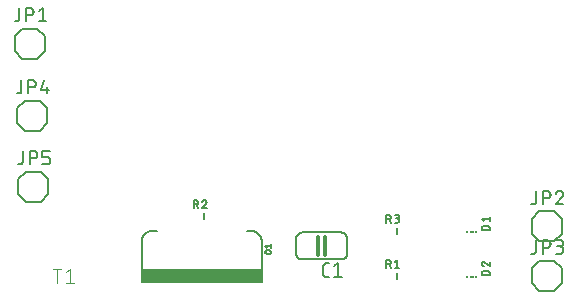
<source format=gbr>
G04 EAGLE Gerber RS-274X export*
G75*
%MOMM*%
%FSLAX34Y34*%
%LPD*%
%INSilkscreen Top*%
%IPPOS*%
%AMOC8*
5,1,8,0,0,1.08239X$1,22.5*%
G01*
%ADD10C,0.152400*%
%ADD11C,0.304800*%
%ADD12C,0.127000*%
%ADD13R,0.300000X0.250000*%
%ADD14R,0.200000X0.250000*%
%ADD15C,0.203200*%
%ADD16R,10.160000X1.016000*%
%ADD17C,0.101600*%


D10*
X351790Y448150D02*
X351790Y435450D01*
X351788Y435310D01*
X351782Y435170D01*
X351773Y435030D01*
X351759Y434891D01*
X351742Y434752D01*
X351721Y434614D01*
X351696Y434476D01*
X351667Y434339D01*
X351635Y434203D01*
X351598Y434068D01*
X351558Y433934D01*
X351515Y433801D01*
X351467Y433669D01*
X351417Y433538D01*
X351362Y433409D01*
X351304Y433282D01*
X351243Y433156D01*
X351178Y433032D01*
X351109Y432910D01*
X351038Y432790D01*
X350963Y432672D01*
X350885Y432555D01*
X350803Y432441D01*
X350719Y432330D01*
X350631Y432221D01*
X350541Y432114D01*
X350447Y432009D01*
X350351Y431908D01*
X350252Y431809D01*
X350151Y431713D01*
X350046Y431619D01*
X349939Y431529D01*
X349830Y431441D01*
X349719Y431357D01*
X349605Y431275D01*
X349488Y431197D01*
X349370Y431122D01*
X349250Y431051D01*
X349128Y430982D01*
X349004Y430917D01*
X348878Y430856D01*
X348751Y430798D01*
X348622Y430743D01*
X348491Y430693D01*
X348359Y430645D01*
X348226Y430602D01*
X348092Y430562D01*
X347957Y430525D01*
X347821Y430493D01*
X347684Y430464D01*
X347546Y430439D01*
X347408Y430418D01*
X347269Y430401D01*
X347130Y430387D01*
X346990Y430378D01*
X346850Y430372D01*
X346710Y430370D01*
X351790Y448150D02*
X351788Y448290D01*
X351782Y448430D01*
X351773Y448570D01*
X351759Y448709D01*
X351742Y448848D01*
X351721Y448986D01*
X351696Y449124D01*
X351667Y449261D01*
X351635Y449397D01*
X351598Y449532D01*
X351558Y449666D01*
X351515Y449799D01*
X351467Y449931D01*
X351417Y450062D01*
X351362Y450191D01*
X351304Y450318D01*
X351243Y450444D01*
X351178Y450568D01*
X351109Y450690D01*
X351038Y450810D01*
X350963Y450928D01*
X350885Y451045D01*
X350803Y451159D01*
X350719Y451270D01*
X350631Y451379D01*
X350541Y451486D01*
X350447Y451591D01*
X350351Y451692D01*
X350252Y451791D01*
X350151Y451887D01*
X350046Y451981D01*
X349939Y452071D01*
X349830Y452159D01*
X349719Y452243D01*
X349605Y452325D01*
X349488Y452403D01*
X349370Y452478D01*
X349250Y452549D01*
X349128Y452618D01*
X349004Y452683D01*
X348878Y452744D01*
X348751Y452802D01*
X348622Y452857D01*
X348491Y452907D01*
X348359Y452955D01*
X348226Y452998D01*
X348092Y453038D01*
X347957Y453075D01*
X347821Y453107D01*
X347684Y453136D01*
X347546Y453161D01*
X347408Y453182D01*
X347269Y453199D01*
X347130Y453213D01*
X346990Y453222D01*
X346850Y453228D01*
X346710Y453230D01*
X346710Y430370D02*
X313690Y430370D01*
X308610Y435450D02*
X308610Y448150D01*
X313690Y453230D02*
X346710Y453230D01*
X313690Y430370D02*
X313550Y430372D01*
X313410Y430378D01*
X313270Y430387D01*
X313131Y430401D01*
X312992Y430418D01*
X312854Y430439D01*
X312716Y430464D01*
X312579Y430493D01*
X312443Y430525D01*
X312308Y430562D01*
X312174Y430602D01*
X312041Y430645D01*
X311909Y430693D01*
X311778Y430743D01*
X311649Y430798D01*
X311522Y430856D01*
X311396Y430917D01*
X311272Y430982D01*
X311150Y431051D01*
X311030Y431122D01*
X310912Y431197D01*
X310795Y431275D01*
X310681Y431357D01*
X310570Y431441D01*
X310461Y431529D01*
X310354Y431619D01*
X310249Y431713D01*
X310148Y431809D01*
X310049Y431908D01*
X309953Y432009D01*
X309859Y432114D01*
X309769Y432221D01*
X309681Y432330D01*
X309597Y432441D01*
X309515Y432555D01*
X309437Y432672D01*
X309362Y432790D01*
X309291Y432910D01*
X309222Y433032D01*
X309157Y433156D01*
X309096Y433282D01*
X309038Y433409D01*
X308983Y433538D01*
X308933Y433669D01*
X308885Y433801D01*
X308842Y433934D01*
X308802Y434068D01*
X308765Y434203D01*
X308733Y434339D01*
X308704Y434476D01*
X308679Y434614D01*
X308658Y434752D01*
X308641Y434891D01*
X308627Y435030D01*
X308618Y435170D01*
X308612Y435310D01*
X308610Y435450D01*
X308610Y448150D02*
X308612Y448290D01*
X308618Y448430D01*
X308627Y448570D01*
X308641Y448709D01*
X308658Y448848D01*
X308679Y448986D01*
X308704Y449124D01*
X308733Y449261D01*
X308765Y449397D01*
X308802Y449532D01*
X308842Y449666D01*
X308885Y449799D01*
X308933Y449931D01*
X308983Y450062D01*
X309038Y450191D01*
X309096Y450318D01*
X309157Y450444D01*
X309222Y450568D01*
X309291Y450690D01*
X309362Y450810D01*
X309437Y450928D01*
X309515Y451045D01*
X309597Y451159D01*
X309681Y451270D01*
X309769Y451379D01*
X309859Y451486D01*
X309953Y451591D01*
X310049Y451692D01*
X310148Y451791D01*
X310249Y451887D01*
X310354Y451981D01*
X310461Y452071D01*
X310570Y452159D01*
X310681Y452243D01*
X310795Y452325D01*
X310912Y452403D01*
X311030Y452478D01*
X311150Y452549D01*
X311272Y452618D01*
X311396Y452683D01*
X311522Y452744D01*
X311649Y452802D01*
X311778Y452857D01*
X311909Y452907D01*
X312041Y452955D01*
X312174Y452998D01*
X312308Y453038D01*
X312443Y453075D01*
X312579Y453107D01*
X312716Y453136D01*
X312854Y453161D01*
X312992Y453182D01*
X313131Y453199D01*
X313270Y453213D01*
X313410Y453222D01*
X313550Y453228D01*
X313690Y453230D01*
D11*
X333248Y449420D02*
X333248Y434180D01*
X326898Y434180D02*
X326898Y449420D01*
D12*
X333973Y415765D02*
X336513Y415765D01*
X333973Y415765D02*
X333873Y415767D01*
X333774Y415773D01*
X333674Y415783D01*
X333576Y415796D01*
X333477Y415814D01*
X333380Y415835D01*
X333284Y415860D01*
X333188Y415889D01*
X333094Y415922D01*
X333001Y415958D01*
X332910Y415998D01*
X332820Y416042D01*
X332732Y416089D01*
X332646Y416139D01*
X332562Y416193D01*
X332480Y416250D01*
X332401Y416310D01*
X332323Y416374D01*
X332249Y416440D01*
X332177Y416509D01*
X332108Y416581D01*
X332042Y416655D01*
X331978Y416733D01*
X331918Y416812D01*
X331861Y416894D01*
X331807Y416978D01*
X331757Y417064D01*
X331710Y417152D01*
X331666Y417242D01*
X331626Y417333D01*
X331590Y417426D01*
X331557Y417520D01*
X331528Y417616D01*
X331503Y417712D01*
X331482Y417809D01*
X331464Y417908D01*
X331451Y418006D01*
X331441Y418106D01*
X331435Y418205D01*
X331433Y418305D01*
X331433Y424655D01*
X331435Y424755D01*
X331441Y424854D01*
X331451Y424954D01*
X331464Y425052D01*
X331482Y425151D01*
X331503Y425248D01*
X331528Y425344D01*
X331557Y425440D01*
X331590Y425534D01*
X331626Y425627D01*
X331666Y425718D01*
X331710Y425808D01*
X331757Y425896D01*
X331807Y425982D01*
X331861Y426066D01*
X331918Y426148D01*
X331978Y426227D01*
X332042Y426305D01*
X332108Y426379D01*
X332177Y426451D01*
X332249Y426520D01*
X332323Y426586D01*
X332401Y426650D01*
X332480Y426710D01*
X332562Y426767D01*
X332646Y426821D01*
X332732Y426871D01*
X332820Y426918D01*
X332910Y426962D01*
X333001Y427002D01*
X333094Y427038D01*
X333188Y427071D01*
X333284Y427100D01*
X333380Y427125D01*
X333477Y427146D01*
X333576Y427164D01*
X333674Y427177D01*
X333774Y427187D01*
X333873Y427193D01*
X333973Y427195D01*
X336513Y427195D01*
X340995Y424655D02*
X344170Y427195D01*
X344170Y415765D01*
X340995Y415765D02*
X347345Y415765D01*
D13*
X457200Y453758D03*
D14*
X461200Y453758D03*
X453200Y453758D03*
D10*
X465900Y455210D02*
X472504Y455210D01*
X465900Y455210D02*
X465900Y457045D01*
X465902Y457130D01*
X465908Y457214D01*
X465918Y457298D01*
X465931Y457382D01*
X465949Y457465D01*
X465970Y457547D01*
X465995Y457628D01*
X466024Y457708D01*
X466056Y457786D01*
X466092Y457862D01*
X466132Y457937D01*
X466175Y458010D01*
X466221Y458081D01*
X466270Y458150D01*
X466323Y458217D01*
X466379Y458281D01*
X466437Y458342D01*
X466498Y458400D01*
X466562Y458456D01*
X466629Y458509D01*
X466698Y458558D01*
X466769Y458604D01*
X466842Y458647D01*
X466917Y458687D01*
X466993Y458723D01*
X467072Y458755D01*
X467151Y458784D01*
X467232Y458809D01*
X467314Y458830D01*
X467397Y458848D01*
X467481Y458861D01*
X467565Y458871D01*
X467649Y458877D01*
X467734Y458879D01*
X470670Y458879D01*
X470755Y458877D01*
X470839Y458871D01*
X470923Y458861D01*
X471007Y458848D01*
X471090Y458830D01*
X471172Y458809D01*
X471253Y458784D01*
X471333Y458755D01*
X471411Y458723D01*
X471487Y458687D01*
X471562Y458647D01*
X471635Y458604D01*
X471706Y458558D01*
X471775Y458509D01*
X471842Y458456D01*
X471906Y458400D01*
X471967Y458342D01*
X472025Y458281D01*
X472081Y458217D01*
X472134Y458150D01*
X472183Y458081D01*
X472229Y458010D01*
X472272Y457937D01*
X472312Y457862D01*
X472348Y457786D01*
X472380Y457708D01*
X472409Y457628D01*
X472434Y457547D01*
X472455Y457465D01*
X472473Y457382D01*
X472486Y457298D01*
X472496Y457214D01*
X472502Y457130D01*
X472504Y457045D01*
X472504Y455210D01*
X467368Y462769D02*
X465900Y464604D01*
X472504Y464604D01*
X472504Y466438D02*
X472504Y462769D01*
D13*
X457200Y415658D03*
D14*
X461200Y415658D03*
X453200Y415658D03*
D10*
X465900Y417110D02*
X472504Y417110D01*
X465900Y417110D02*
X465900Y418945D01*
X465902Y419030D01*
X465908Y419114D01*
X465918Y419198D01*
X465931Y419282D01*
X465949Y419365D01*
X465970Y419447D01*
X465995Y419528D01*
X466024Y419608D01*
X466056Y419686D01*
X466092Y419762D01*
X466132Y419837D01*
X466175Y419910D01*
X466221Y419981D01*
X466270Y420050D01*
X466323Y420117D01*
X466379Y420181D01*
X466437Y420242D01*
X466498Y420300D01*
X466562Y420356D01*
X466629Y420409D01*
X466698Y420458D01*
X466769Y420504D01*
X466842Y420547D01*
X466917Y420587D01*
X466993Y420623D01*
X467072Y420655D01*
X467151Y420684D01*
X467232Y420709D01*
X467314Y420730D01*
X467397Y420748D01*
X467481Y420761D01*
X467565Y420771D01*
X467649Y420777D01*
X467734Y420779D01*
X470670Y420779D01*
X470755Y420777D01*
X470839Y420771D01*
X470923Y420761D01*
X471007Y420748D01*
X471090Y420730D01*
X471172Y420709D01*
X471253Y420684D01*
X471333Y420655D01*
X471411Y420623D01*
X471487Y420587D01*
X471562Y420547D01*
X471635Y420504D01*
X471706Y420458D01*
X471775Y420409D01*
X471842Y420356D01*
X471906Y420300D01*
X471967Y420242D01*
X472025Y420181D01*
X472081Y420117D01*
X472134Y420050D01*
X472183Y419981D01*
X472229Y419910D01*
X472272Y419837D01*
X472312Y419762D01*
X472348Y419686D01*
X472380Y419608D01*
X472409Y419528D01*
X472434Y419447D01*
X472455Y419365D01*
X472473Y419282D01*
X472486Y419198D01*
X472496Y419114D01*
X472502Y419030D01*
X472504Y418945D01*
X472504Y417110D01*
X465900Y426687D02*
X465902Y426766D01*
X465907Y426844D01*
X465917Y426922D01*
X465930Y426999D01*
X465947Y427076D01*
X465967Y427152D01*
X465991Y427227D01*
X466018Y427301D01*
X466049Y427373D01*
X466084Y427444D01*
X466121Y427513D01*
X466162Y427580D01*
X466206Y427645D01*
X466253Y427708D01*
X466303Y427768D01*
X466356Y427826D01*
X466412Y427882D01*
X466470Y427935D01*
X466530Y427985D01*
X466593Y428032D01*
X466658Y428076D01*
X466726Y428117D01*
X466794Y428154D01*
X466865Y428189D01*
X466937Y428220D01*
X467011Y428247D01*
X467086Y428271D01*
X467162Y428291D01*
X467239Y428308D01*
X467316Y428321D01*
X467394Y428331D01*
X467472Y428336D01*
X467551Y428338D01*
X465900Y426687D02*
X465902Y426598D01*
X465907Y426509D01*
X465917Y426421D01*
X465930Y426333D01*
X465946Y426246D01*
X465967Y426159D01*
X465991Y426074D01*
X466018Y425989D01*
X466049Y425906D01*
X466084Y425824D01*
X466122Y425743D01*
X466163Y425664D01*
X466207Y425588D01*
X466255Y425512D01*
X466306Y425439D01*
X466359Y425369D01*
X466416Y425300D01*
X466476Y425234D01*
X466538Y425171D01*
X466603Y425110D01*
X466670Y425052D01*
X466740Y424997D01*
X466812Y424944D01*
X466886Y424895D01*
X466962Y424849D01*
X467040Y424807D01*
X467120Y424767D01*
X467201Y424731D01*
X467284Y424698D01*
X467368Y424669D01*
X468835Y427788D02*
X468779Y427844D01*
X468720Y427898D01*
X468659Y427949D01*
X468595Y427998D01*
X468530Y428043D01*
X468462Y428086D01*
X468393Y428125D01*
X468322Y428162D01*
X468249Y428195D01*
X468175Y428224D01*
X468100Y428251D01*
X468024Y428274D01*
X467946Y428293D01*
X467868Y428309D01*
X467790Y428322D01*
X467710Y428331D01*
X467631Y428336D01*
X467551Y428338D01*
X468835Y427788D02*
X472504Y424669D01*
X472504Y428338D01*
X514350Y471010D02*
X527050Y471010D01*
X533400Y464660D01*
X533400Y451960D01*
X527050Y445610D01*
X508000Y451960D02*
X508000Y464660D01*
X514350Y471010D01*
X508000Y451960D02*
X514350Y445610D01*
X527050Y445610D01*
D12*
X511683Y479773D02*
X511683Y488663D01*
X511683Y479773D02*
X511681Y479673D01*
X511675Y479574D01*
X511665Y479474D01*
X511652Y479376D01*
X511634Y479277D01*
X511613Y479180D01*
X511588Y479084D01*
X511559Y478988D01*
X511526Y478894D01*
X511490Y478801D01*
X511450Y478710D01*
X511406Y478620D01*
X511359Y478532D01*
X511309Y478446D01*
X511255Y478362D01*
X511198Y478280D01*
X511138Y478201D01*
X511074Y478123D01*
X511008Y478049D01*
X510939Y477977D01*
X510867Y477908D01*
X510793Y477842D01*
X510715Y477778D01*
X510636Y477718D01*
X510554Y477661D01*
X510470Y477607D01*
X510384Y477557D01*
X510296Y477510D01*
X510206Y477466D01*
X510115Y477426D01*
X510022Y477390D01*
X509928Y477357D01*
X509832Y477328D01*
X509736Y477303D01*
X509639Y477282D01*
X509540Y477264D01*
X509442Y477251D01*
X509342Y477241D01*
X509243Y477235D01*
X509143Y477233D01*
X507873Y477233D01*
X517663Y477233D02*
X517663Y488663D01*
X520838Y488663D01*
X520949Y488661D01*
X521059Y488655D01*
X521170Y488646D01*
X521280Y488632D01*
X521389Y488615D01*
X521498Y488594D01*
X521606Y488569D01*
X521713Y488540D01*
X521819Y488508D01*
X521924Y488472D01*
X522027Y488432D01*
X522129Y488389D01*
X522230Y488342D01*
X522329Y488291D01*
X522426Y488238D01*
X522520Y488181D01*
X522613Y488120D01*
X522704Y488057D01*
X522793Y487990D01*
X522879Y487920D01*
X522962Y487847D01*
X523044Y487772D01*
X523122Y487694D01*
X523197Y487612D01*
X523270Y487529D01*
X523340Y487443D01*
X523407Y487354D01*
X523470Y487263D01*
X523531Y487170D01*
X523588Y487075D01*
X523641Y486979D01*
X523692Y486880D01*
X523739Y486779D01*
X523782Y486677D01*
X523822Y486574D01*
X523858Y486469D01*
X523890Y486363D01*
X523919Y486256D01*
X523944Y486148D01*
X523965Y486039D01*
X523982Y485930D01*
X523996Y485820D01*
X524005Y485709D01*
X524011Y485599D01*
X524013Y485488D01*
X524011Y485377D01*
X524005Y485267D01*
X523996Y485156D01*
X523982Y485046D01*
X523965Y484937D01*
X523944Y484828D01*
X523919Y484720D01*
X523890Y484613D01*
X523858Y484507D01*
X523822Y484402D01*
X523782Y484299D01*
X523739Y484197D01*
X523692Y484096D01*
X523641Y483997D01*
X523588Y483900D01*
X523531Y483806D01*
X523470Y483713D01*
X523407Y483622D01*
X523340Y483533D01*
X523270Y483447D01*
X523197Y483364D01*
X523122Y483282D01*
X523044Y483204D01*
X522962Y483129D01*
X522879Y483056D01*
X522793Y482986D01*
X522704Y482919D01*
X522613Y482856D01*
X522520Y482795D01*
X522426Y482738D01*
X522329Y482685D01*
X522230Y482634D01*
X522129Y482587D01*
X522027Y482544D01*
X521924Y482504D01*
X521819Y482468D01*
X521713Y482436D01*
X521606Y482407D01*
X521498Y482382D01*
X521389Y482361D01*
X521280Y482344D01*
X521170Y482330D01*
X521059Y482321D01*
X520949Y482315D01*
X520838Y482313D01*
X517663Y482313D01*
X532014Y488664D02*
X532118Y488662D01*
X532223Y488656D01*
X532327Y488647D01*
X532430Y488634D01*
X532533Y488616D01*
X532635Y488596D01*
X532737Y488571D01*
X532837Y488543D01*
X532937Y488511D01*
X533035Y488475D01*
X533132Y488436D01*
X533227Y488394D01*
X533321Y488348D01*
X533413Y488298D01*
X533503Y488246D01*
X533591Y488190D01*
X533677Y488130D01*
X533761Y488068D01*
X533842Y488003D01*
X533921Y487935D01*
X533998Y487863D01*
X534071Y487790D01*
X534143Y487713D01*
X534211Y487634D01*
X534276Y487553D01*
X534338Y487469D01*
X534398Y487383D01*
X534454Y487295D01*
X534506Y487205D01*
X534556Y487113D01*
X534602Y487019D01*
X534644Y486924D01*
X534683Y486827D01*
X534719Y486729D01*
X534751Y486629D01*
X534779Y486529D01*
X534804Y486427D01*
X534824Y486325D01*
X534842Y486222D01*
X534855Y486119D01*
X534864Y486015D01*
X534870Y485910D01*
X534872Y485806D01*
X532014Y488663D02*
X531896Y488661D01*
X531777Y488655D01*
X531659Y488646D01*
X531542Y488633D01*
X531425Y488615D01*
X531308Y488595D01*
X531192Y488570D01*
X531077Y488542D01*
X530964Y488509D01*
X530851Y488474D01*
X530739Y488434D01*
X530629Y488392D01*
X530520Y488345D01*
X530412Y488295D01*
X530307Y488242D01*
X530203Y488185D01*
X530101Y488125D01*
X530001Y488062D01*
X529903Y487995D01*
X529807Y487926D01*
X529714Y487853D01*
X529623Y487777D01*
X529534Y487699D01*
X529448Y487617D01*
X529365Y487533D01*
X529284Y487447D01*
X529207Y487357D01*
X529132Y487266D01*
X529060Y487172D01*
X528991Y487075D01*
X528926Y486977D01*
X528863Y486876D01*
X528804Y486773D01*
X528748Y486669D01*
X528696Y486563D01*
X528647Y486455D01*
X528602Y486346D01*
X528560Y486235D01*
X528522Y486123D01*
X533920Y483584D02*
X533996Y483659D01*
X534071Y483738D01*
X534142Y483819D01*
X534211Y483903D01*
X534276Y483989D01*
X534338Y484077D01*
X534398Y484167D01*
X534454Y484259D01*
X534507Y484354D01*
X534556Y484450D01*
X534602Y484548D01*
X534645Y484647D01*
X534684Y484748D01*
X534719Y484850D01*
X534751Y484953D01*
X534779Y485057D01*
X534804Y485162D01*
X534825Y485269D01*
X534842Y485375D01*
X534855Y485482D01*
X534864Y485590D01*
X534870Y485698D01*
X534872Y485806D01*
X533919Y483583D02*
X528522Y477233D01*
X534872Y477233D01*
D10*
X527050Y429100D02*
X514350Y429100D01*
X527050Y429100D02*
X533400Y422750D01*
X533400Y410050D01*
X527050Y403700D01*
X508000Y410050D02*
X508000Y422750D01*
X514350Y429100D01*
X508000Y410050D02*
X514350Y403700D01*
X527050Y403700D01*
D12*
X511683Y437863D02*
X511683Y446753D01*
X511683Y437863D02*
X511681Y437763D01*
X511675Y437664D01*
X511665Y437564D01*
X511652Y437466D01*
X511634Y437367D01*
X511613Y437270D01*
X511588Y437174D01*
X511559Y437078D01*
X511526Y436984D01*
X511490Y436891D01*
X511450Y436800D01*
X511406Y436710D01*
X511359Y436622D01*
X511309Y436536D01*
X511255Y436452D01*
X511198Y436370D01*
X511138Y436291D01*
X511074Y436213D01*
X511008Y436139D01*
X510939Y436067D01*
X510867Y435998D01*
X510793Y435932D01*
X510715Y435868D01*
X510636Y435808D01*
X510554Y435751D01*
X510470Y435697D01*
X510384Y435647D01*
X510296Y435600D01*
X510206Y435556D01*
X510115Y435516D01*
X510022Y435480D01*
X509928Y435447D01*
X509832Y435418D01*
X509736Y435393D01*
X509639Y435372D01*
X509540Y435354D01*
X509442Y435341D01*
X509342Y435331D01*
X509243Y435325D01*
X509143Y435323D01*
X507873Y435323D01*
X517663Y435323D02*
X517663Y446753D01*
X520838Y446753D01*
X520949Y446751D01*
X521059Y446745D01*
X521170Y446736D01*
X521280Y446722D01*
X521389Y446705D01*
X521498Y446684D01*
X521606Y446659D01*
X521713Y446630D01*
X521819Y446598D01*
X521924Y446562D01*
X522027Y446522D01*
X522129Y446479D01*
X522230Y446432D01*
X522329Y446381D01*
X522426Y446328D01*
X522520Y446271D01*
X522613Y446210D01*
X522704Y446147D01*
X522793Y446080D01*
X522879Y446010D01*
X522962Y445937D01*
X523044Y445862D01*
X523122Y445784D01*
X523197Y445702D01*
X523270Y445619D01*
X523340Y445533D01*
X523407Y445444D01*
X523470Y445353D01*
X523531Y445260D01*
X523588Y445165D01*
X523641Y445069D01*
X523692Y444970D01*
X523739Y444869D01*
X523782Y444767D01*
X523822Y444664D01*
X523858Y444559D01*
X523890Y444453D01*
X523919Y444346D01*
X523944Y444238D01*
X523965Y444129D01*
X523982Y444020D01*
X523996Y443910D01*
X524005Y443799D01*
X524011Y443689D01*
X524013Y443578D01*
X524011Y443467D01*
X524005Y443357D01*
X523996Y443246D01*
X523982Y443136D01*
X523965Y443027D01*
X523944Y442918D01*
X523919Y442810D01*
X523890Y442703D01*
X523858Y442597D01*
X523822Y442492D01*
X523782Y442389D01*
X523739Y442287D01*
X523692Y442186D01*
X523641Y442087D01*
X523588Y441990D01*
X523531Y441896D01*
X523470Y441803D01*
X523407Y441712D01*
X523340Y441623D01*
X523270Y441537D01*
X523197Y441454D01*
X523122Y441372D01*
X523044Y441294D01*
X522962Y441219D01*
X522879Y441146D01*
X522793Y441076D01*
X522704Y441009D01*
X522613Y440946D01*
X522520Y440885D01*
X522426Y440828D01*
X522329Y440775D01*
X522230Y440724D01*
X522129Y440677D01*
X522027Y440634D01*
X521924Y440594D01*
X521819Y440558D01*
X521713Y440526D01*
X521606Y440497D01*
X521498Y440472D01*
X521389Y440451D01*
X521280Y440434D01*
X521170Y440420D01*
X521059Y440411D01*
X520949Y440405D01*
X520838Y440403D01*
X517663Y440403D01*
X528522Y435323D02*
X531697Y435323D01*
X531808Y435325D01*
X531918Y435331D01*
X532029Y435340D01*
X532139Y435354D01*
X532248Y435371D01*
X532357Y435392D01*
X532465Y435417D01*
X532572Y435446D01*
X532678Y435478D01*
X532783Y435514D01*
X532886Y435554D01*
X532988Y435597D01*
X533089Y435644D01*
X533188Y435695D01*
X533285Y435748D01*
X533379Y435805D01*
X533472Y435866D01*
X533563Y435929D01*
X533652Y435996D01*
X533738Y436066D01*
X533821Y436139D01*
X533903Y436214D01*
X533981Y436292D01*
X534056Y436374D01*
X534129Y436457D01*
X534199Y436543D01*
X534266Y436632D01*
X534329Y436723D01*
X534390Y436816D01*
X534447Y436910D01*
X534500Y437007D01*
X534551Y437106D01*
X534598Y437207D01*
X534641Y437309D01*
X534681Y437412D01*
X534717Y437517D01*
X534749Y437623D01*
X534778Y437730D01*
X534803Y437838D01*
X534824Y437947D01*
X534841Y438056D01*
X534855Y438166D01*
X534864Y438277D01*
X534870Y438387D01*
X534872Y438498D01*
X534870Y438609D01*
X534864Y438719D01*
X534855Y438830D01*
X534841Y438940D01*
X534824Y439049D01*
X534803Y439158D01*
X534778Y439266D01*
X534749Y439373D01*
X534717Y439479D01*
X534681Y439584D01*
X534641Y439687D01*
X534598Y439789D01*
X534551Y439890D01*
X534500Y439989D01*
X534447Y440085D01*
X534390Y440180D01*
X534329Y440273D01*
X534266Y440364D01*
X534199Y440453D01*
X534129Y440539D01*
X534056Y440622D01*
X533981Y440704D01*
X533903Y440782D01*
X533821Y440857D01*
X533738Y440930D01*
X533652Y441000D01*
X533563Y441067D01*
X533472Y441130D01*
X533379Y441191D01*
X533285Y441248D01*
X533188Y441301D01*
X533089Y441352D01*
X532988Y441399D01*
X532886Y441442D01*
X532783Y441482D01*
X532678Y441518D01*
X532572Y441550D01*
X532465Y441579D01*
X532357Y441604D01*
X532248Y441625D01*
X532139Y441642D01*
X532029Y441656D01*
X531918Y441665D01*
X531808Y441671D01*
X531697Y441673D01*
X532332Y446753D02*
X528522Y446753D01*
X532332Y446753D02*
X532432Y446751D01*
X532531Y446745D01*
X532631Y446735D01*
X532729Y446722D01*
X532828Y446704D01*
X532925Y446683D01*
X533021Y446658D01*
X533117Y446629D01*
X533211Y446596D01*
X533304Y446560D01*
X533395Y446520D01*
X533485Y446476D01*
X533573Y446429D01*
X533659Y446379D01*
X533743Y446325D01*
X533825Y446268D01*
X533904Y446208D01*
X533982Y446144D01*
X534056Y446078D01*
X534128Y446009D01*
X534197Y445937D01*
X534263Y445863D01*
X534327Y445785D01*
X534387Y445706D01*
X534444Y445624D01*
X534498Y445540D01*
X534548Y445454D01*
X534595Y445366D01*
X534639Y445276D01*
X534679Y445185D01*
X534715Y445092D01*
X534748Y444998D01*
X534777Y444902D01*
X534802Y444806D01*
X534823Y444709D01*
X534841Y444610D01*
X534854Y444512D01*
X534864Y444412D01*
X534870Y444313D01*
X534872Y444213D01*
X534870Y444113D01*
X534864Y444014D01*
X534854Y443914D01*
X534841Y443816D01*
X534823Y443717D01*
X534802Y443620D01*
X534777Y443524D01*
X534748Y443428D01*
X534715Y443334D01*
X534679Y443241D01*
X534639Y443150D01*
X534595Y443060D01*
X534548Y442972D01*
X534498Y442886D01*
X534444Y442802D01*
X534387Y442720D01*
X534327Y442641D01*
X534263Y442563D01*
X534197Y442489D01*
X534128Y442417D01*
X534056Y442348D01*
X533982Y442282D01*
X533904Y442218D01*
X533825Y442158D01*
X533743Y442101D01*
X533659Y442047D01*
X533573Y441997D01*
X533485Y441950D01*
X533395Y441906D01*
X533304Y441866D01*
X533211Y441830D01*
X533117Y441797D01*
X533021Y441768D01*
X532925Y441743D01*
X532828Y441722D01*
X532729Y441704D01*
X532631Y441691D01*
X532531Y441681D01*
X532432Y441675D01*
X532332Y441673D01*
X529792Y441673D01*
D15*
X279400Y445610D02*
X279400Y421480D01*
X177800Y421480D02*
X177800Y445610D01*
X177800Y421480D02*
X279400Y421480D01*
X279400Y411320D01*
X177800Y411320D01*
X177800Y421480D01*
X270510Y454500D02*
X270723Y454503D01*
X270936Y454500D01*
X271149Y454492D01*
X271362Y454479D01*
X271574Y454461D01*
X271785Y454438D01*
X271997Y454409D01*
X272207Y454375D01*
X272416Y454336D01*
X272625Y454292D01*
X272832Y454243D01*
X273038Y454188D01*
X273243Y454129D01*
X273446Y454065D01*
X273647Y453995D01*
X273847Y453921D01*
X274045Y453842D01*
X274240Y453758D01*
X274434Y453669D01*
X274625Y453576D01*
X274815Y453478D01*
X275001Y453375D01*
X275185Y453268D01*
X275367Y453156D01*
X275545Y453040D01*
X275721Y452919D01*
X275893Y452795D01*
X276063Y452666D01*
X276229Y452532D01*
X276392Y452395D01*
X276552Y452254D01*
X276708Y452109D01*
X276860Y451960D01*
X277009Y451808D01*
X277154Y451652D01*
X277295Y451492D01*
X277432Y451329D01*
X277566Y451163D01*
X277695Y450993D01*
X277819Y450821D01*
X277940Y450645D01*
X278056Y450467D01*
X278168Y450285D01*
X278275Y450101D01*
X278378Y449915D01*
X278476Y449725D01*
X278569Y449534D01*
X278658Y449340D01*
X278742Y449145D01*
X278821Y448947D01*
X278895Y448747D01*
X278965Y448546D01*
X279029Y448343D01*
X279088Y448138D01*
X279143Y447932D01*
X279192Y447725D01*
X279236Y447516D01*
X279275Y447307D01*
X279309Y447097D01*
X279338Y446885D01*
X279361Y446674D01*
X279379Y446462D01*
X279392Y446249D01*
X279400Y446036D01*
X279403Y445823D01*
X279400Y445610D01*
X186690Y454500D02*
X186477Y454503D01*
X186264Y454500D01*
X186051Y454492D01*
X185838Y454479D01*
X185626Y454461D01*
X185415Y454438D01*
X185203Y454409D01*
X184993Y454375D01*
X184784Y454336D01*
X184575Y454292D01*
X184368Y454243D01*
X184162Y454188D01*
X183957Y454129D01*
X183754Y454065D01*
X183553Y453995D01*
X183353Y453921D01*
X183155Y453842D01*
X182960Y453758D01*
X182766Y453669D01*
X182575Y453576D01*
X182385Y453478D01*
X182199Y453375D01*
X182015Y453268D01*
X181833Y453156D01*
X181655Y453040D01*
X181479Y452919D01*
X181307Y452795D01*
X181137Y452666D01*
X180971Y452532D01*
X180808Y452395D01*
X180648Y452254D01*
X180492Y452109D01*
X180340Y451960D01*
X180191Y451808D01*
X180046Y451652D01*
X179905Y451492D01*
X179768Y451329D01*
X179634Y451163D01*
X179505Y450993D01*
X179381Y450821D01*
X179260Y450645D01*
X179144Y450467D01*
X179032Y450285D01*
X178925Y450101D01*
X178822Y449915D01*
X178724Y449725D01*
X178631Y449534D01*
X178542Y449340D01*
X178458Y449145D01*
X178379Y448947D01*
X178305Y448747D01*
X178235Y448546D01*
X178171Y448343D01*
X178112Y448138D01*
X178057Y447932D01*
X178008Y447725D01*
X177964Y447516D01*
X177925Y447307D01*
X177891Y447097D01*
X177862Y446885D01*
X177839Y446674D01*
X177821Y446462D01*
X177808Y446249D01*
X177800Y446036D01*
X177797Y445823D01*
X177800Y445610D01*
X266700Y454500D02*
X270510Y454500D01*
X190500Y454500D02*
X186690Y454500D01*
D16*
X228600Y416400D03*
D12*
X283916Y435373D02*
X286060Y435373D01*
X283916Y435373D02*
X283845Y435375D01*
X283773Y435381D01*
X283703Y435390D01*
X283633Y435403D01*
X283563Y435420D01*
X283495Y435441D01*
X283428Y435465D01*
X283362Y435493D01*
X283298Y435524D01*
X283235Y435559D01*
X283175Y435597D01*
X283116Y435638D01*
X283060Y435682D01*
X283006Y435729D01*
X282955Y435778D01*
X282907Y435831D01*
X282861Y435886D01*
X282819Y435943D01*
X282779Y436003D01*
X282743Y436064D01*
X282710Y436128D01*
X282681Y436193D01*
X282655Y436259D01*
X282632Y436327D01*
X282613Y436396D01*
X282598Y436466D01*
X282587Y436536D01*
X282579Y436607D01*
X282575Y436678D01*
X282575Y436750D01*
X282579Y436821D01*
X282587Y436892D01*
X282598Y436962D01*
X282613Y437032D01*
X282632Y437101D01*
X282655Y437169D01*
X282681Y437235D01*
X282710Y437300D01*
X282743Y437364D01*
X282779Y437425D01*
X282819Y437485D01*
X282861Y437542D01*
X282907Y437597D01*
X282955Y437650D01*
X283006Y437699D01*
X283060Y437746D01*
X283116Y437790D01*
X283175Y437831D01*
X283235Y437869D01*
X283298Y437904D01*
X283362Y437935D01*
X283428Y437963D01*
X283495Y437987D01*
X283563Y438008D01*
X283633Y438025D01*
X283703Y438038D01*
X283773Y438047D01*
X283845Y438053D01*
X283916Y438055D01*
X283916Y438054D02*
X286060Y438054D01*
X286060Y438055D02*
X286131Y438053D01*
X286203Y438047D01*
X286273Y438038D01*
X286343Y438025D01*
X286413Y438008D01*
X286481Y437987D01*
X286548Y437963D01*
X286614Y437935D01*
X286678Y437904D01*
X286741Y437869D01*
X286801Y437831D01*
X286860Y437790D01*
X286916Y437746D01*
X286970Y437699D01*
X287021Y437650D01*
X287069Y437597D01*
X287115Y437542D01*
X287157Y437485D01*
X287197Y437425D01*
X287233Y437364D01*
X287266Y437300D01*
X287295Y437235D01*
X287321Y437169D01*
X287344Y437101D01*
X287363Y437032D01*
X287378Y436962D01*
X287389Y436892D01*
X287397Y436821D01*
X287401Y436750D01*
X287401Y436678D01*
X287397Y436607D01*
X287389Y436536D01*
X287378Y436466D01*
X287363Y436396D01*
X287344Y436327D01*
X287321Y436259D01*
X287295Y436193D01*
X287266Y436128D01*
X287233Y436064D01*
X287197Y436003D01*
X287157Y435943D01*
X287115Y435886D01*
X287069Y435831D01*
X287021Y435778D01*
X286970Y435729D01*
X286916Y435682D01*
X286860Y435638D01*
X286801Y435597D01*
X286741Y435559D01*
X286678Y435524D01*
X286614Y435493D01*
X286548Y435465D01*
X286481Y435441D01*
X286413Y435420D01*
X286343Y435403D01*
X286273Y435390D01*
X286203Y435381D01*
X286131Y435375D01*
X286060Y435373D01*
X286329Y437518D02*
X287401Y438591D01*
X283647Y440466D02*
X282575Y441806D01*
X287401Y441806D01*
X287401Y440466D02*
X287401Y443147D01*
D15*
X393700Y418940D02*
X393700Y413860D01*
D10*
X384937Y423512D02*
X384937Y430116D01*
X386771Y430116D01*
X386856Y430114D01*
X386940Y430108D01*
X387024Y430098D01*
X387108Y430085D01*
X387191Y430067D01*
X387273Y430046D01*
X387354Y430021D01*
X387434Y429992D01*
X387512Y429960D01*
X387588Y429924D01*
X387663Y429884D01*
X387736Y429841D01*
X387807Y429795D01*
X387876Y429746D01*
X387943Y429693D01*
X388007Y429637D01*
X388068Y429579D01*
X388126Y429518D01*
X388182Y429454D01*
X388235Y429387D01*
X388284Y429318D01*
X388330Y429247D01*
X388373Y429174D01*
X388413Y429099D01*
X388449Y429023D01*
X388481Y428945D01*
X388510Y428865D01*
X388535Y428784D01*
X388556Y428702D01*
X388574Y428619D01*
X388587Y428535D01*
X388597Y428451D01*
X388603Y428367D01*
X388605Y428282D01*
X388603Y428197D01*
X388597Y428113D01*
X388587Y428029D01*
X388574Y427945D01*
X388556Y427862D01*
X388535Y427780D01*
X388510Y427699D01*
X388481Y427619D01*
X388449Y427541D01*
X388413Y427465D01*
X388373Y427390D01*
X388330Y427317D01*
X388284Y427246D01*
X388235Y427177D01*
X388182Y427110D01*
X388126Y427046D01*
X388068Y426985D01*
X388007Y426927D01*
X387943Y426871D01*
X387876Y426818D01*
X387807Y426769D01*
X387736Y426723D01*
X387663Y426680D01*
X387588Y426640D01*
X387512Y426604D01*
X387434Y426572D01*
X387354Y426543D01*
X387273Y426518D01*
X387191Y426497D01*
X387108Y426479D01*
X387024Y426466D01*
X386940Y426456D01*
X386856Y426450D01*
X386771Y426448D01*
X386771Y426447D02*
X384937Y426447D01*
X387138Y426447D02*
X388606Y423512D01*
X392173Y428648D02*
X394008Y430116D01*
X394008Y423512D01*
X395842Y423512D02*
X392173Y423512D01*
D15*
X230600Y464360D02*
X230600Y469440D01*
D10*
X221837Y474012D02*
X221837Y480616D01*
X223671Y480616D01*
X223756Y480614D01*
X223840Y480608D01*
X223924Y480598D01*
X224008Y480585D01*
X224091Y480567D01*
X224173Y480546D01*
X224254Y480521D01*
X224334Y480492D01*
X224412Y480460D01*
X224488Y480424D01*
X224563Y480384D01*
X224636Y480341D01*
X224707Y480295D01*
X224776Y480246D01*
X224843Y480193D01*
X224907Y480137D01*
X224968Y480079D01*
X225026Y480018D01*
X225082Y479954D01*
X225135Y479887D01*
X225184Y479818D01*
X225230Y479747D01*
X225273Y479674D01*
X225313Y479599D01*
X225349Y479523D01*
X225381Y479445D01*
X225410Y479365D01*
X225435Y479284D01*
X225456Y479202D01*
X225474Y479119D01*
X225487Y479035D01*
X225497Y478951D01*
X225503Y478867D01*
X225505Y478782D01*
X225503Y478697D01*
X225497Y478613D01*
X225487Y478529D01*
X225474Y478445D01*
X225456Y478362D01*
X225435Y478280D01*
X225410Y478199D01*
X225381Y478119D01*
X225349Y478041D01*
X225313Y477965D01*
X225273Y477890D01*
X225230Y477817D01*
X225184Y477746D01*
X225135Y477677D01*
X225082Y477610D01*
X225026Y477546D01*
X224968Y477485D01*
X224907Y477427D01*
X224843Y477371D01*
X224776Y477318D01*
X224707Y477269D01*
X224636Y477223D01*
X224563Y477180D01*
X224488Y477140D01*
X224412Y477104D01*
X224334Y477072D01*
X224254Y477043D01*
X224173Y477018D01*
X224091Y476997D01*
X224008Y476979D01*
X223924Y476966D01*
X223840Y476956D01*
X223756Y476950D01*
X223671Y476948D01*
X223671Y476947D02*
X221837Y476947D01*
X224038Y476947D02*
X225506Y474012D01*
X231091Y480616D02*
X231170Y480614D01*
X231248Y480609D01*
X231326Y480599D01*
X231403Y480586D01*
X231480Y480569D01*
X231556Y480549D01*
X231631Y480525D01*
X231705Y480498D01*
X231777Y480467D01*
X231848Y480432D01*
X231917Y480395D01*
X231984Y480354D01*
X232049Y480310D01*
X232112Y480263D01*
X232172Y480213D01*
X232230Y480160D01*
X232286Y480104D01*
X232339Y480046D01*
X232389Y479986D01*
X232436Y479923D01*
X232480Y479858D01*
X232521Y479791D01*
X232558Y479722D01*
X232593Y479651D01*
X232624Y479579D01*
X232651Y479505D01*
X232675Y479430D01*
X232695Y479354D01*
X232712Y479277D01*
X232725Y479200D01*
X232735Y479122D01*
X232740Y479044D01*
X232742Y478965D01*
X231091Y480616D02*
X231002Y480614D01*
X230913Y480609D01*
X230825Y480599D01*
X230737Y480586D01*
X230650Y480570D01*
X230563Y480549D01*
X230478Y480525D01*
X230393Y480498D01*
X230310Y480467D01*
X230228Y480432D01*
X230147Y480394D01*
X230068Y480353D01*
X229992Y480309D01*
X229916Y480261D01*
X229843Y480210D01*
X229773Y480157D01*
X229704Y480100D01*
X229638Y480040D01*
X229575Y479978D01*
X229514Y479913D01*
X229456Y479846D01*
X229401Y479776D01*
X229348Y479704D01*
X229299Y479630D01*
X229253Y479554D01*
X229211Y479476D01*
X229171Y479396D01*
X229135Y479315D01*
X229102Y479232D01*
X229073Y479148D01*
X232192Y477681D02*
X232248Y477737D01*
X232302Y477796D01*
X232353Y477857D01*
X232402Y477921D01*
X232447Y477986D01*
X232490Y478054D01*
X232529Y478123D01*
X232566Y478194D01*
X232599Y478267D01*
X232628Y478341D01*
X232655Y478416D01*
X232678Y478492D01*
X232697Y478570D01*
X232713Y478648D01*
X232726Y478726D01*
X232735Y478806D01*
X232740Y478885D01*
X232742Y478965D01*
X232192Y477681D02*
X229073Y474012D01*
X232742Y474012D01*
D15*
X393700Y457040D02*
X393700Y451960D01*
D10*
X384937Y461612D02*
X384937Y468216D01*
X386771Y468216D01*
X386856Y468214D01*
X386940Y468208D01*
X387024Y468198D01*
X387108Y468185D01*
X387191Y468167D01*
X387273Y468146D01*
X387354Y468121D01*
X387434Y468092D01*
X387512Y468060D01*
X387588Y468024D01*
X387663Y467984D01*
X387736Y467941D01*
X387807Y467895D01*
X387876Y467846D01*
X387943Y467793D01*
X388007Y467737D01*
X388068Y467679D01*
X388126Y467618D01*
X388182Y467554D01*
X388235Y467487D01*
X388284Y467418D01*
X388330Y467347D01*
X388373Y467274D01*
X388413Y467199D01*
X388449Y467123D01*
X388481Y467045D01*
X388510Y466965D01*
X388535Y466884D01*
X388556Y466802D01*
X388574Y466719D01*
X388587Y466635D01*
X388597Y466551D01*
X388603Y466467D01*
X388605Y466382D01*
X388603Y466297D01*
X388597Y466213D01*
X388587Y466129D01*
X388574Y466045D01*
X388556Y465962D01*
X388535Y465880D01*
X388510Y465799D01*
X388481Y465719D01*
X388449Y465641D01*
X388413Y465565D01*
X388373Y465490D01*
X388330Y465417D01*
X388284Y465346D01*
X388235Y465277D01*
X388182Y465210D01*
X388126Y465146D01*
X388068Y465085D01*
X388007Y465027D01*
X387943Y464971D01*
X387876Y464918D01*
X387807Y464869D01*
X387736Y464823D01*
X387663Y464780D01*
X387588Y464740D01*
X387512Y464704D01*
X387434Y464672D01*
X387354Y464643D01*
X387273Y464618D01*
X387191Y464597D01*
X387108Y464579D01*
X387024Y464566D01*
X386940Y464556D01*
X386856Y464550D01*
X386771Y464548D01*
X386771Y464547D02*
X384937Y464547D01*
X387138Y464547D02*
X388606Y461612D01*
X392173Y461612D02*
X394008Y461612D01*
X394093Y461614D01*
X394177Y461620D01*
X394261Y461630D01*
X394345Y461643D01*
X394428Y461661D01*
X394510Y461682D01*
X394591Y461707D01*
X394671Y461736D01*
X394749Y461768D01*
X394825Y461804D01*
X394900Y461844D01*
X394973Y461887D01*
X395044Y461933D01*
X395113Y461982D01*
X395180Y462035D01*
X395244Y462091D01*
X395305Y462149D01*
X395363Y462210D01*
X395419Y462274D01*
X395472Y462341D01*
X395521Y462410D01*
X395567Y462481D01*
X395610Y462554D01*
X395650Y462629D01*
X395686Y462705D01*
X395718Y462783D01*
X395747Y462863D01*
X395772Y462944D01*
X395793Y463026D01*
X395811Y463109D01*
X395824Y463193D01*
X395834Y463277D01*
X395840Y463361D01*
X395842Y463446D01*
X395840Y463531D01*
X395834Y463615D01*
X395824Y463699D01*
X395811Y463783D01*
X395793Y463866D01*
X395772Y463948D01*
X395747Y464029D01*
X395718Y464109D01*
X395686Y464187D01*
X395650Y464263D01*
X395610Y464338D01*
X395567Y464411D01*
X395521Y464482D01*
X395472Y464551D01*
X395419Y464618D01*
X395363Y464682D01*
X395305Y464743D01*
X395244Y464801D01*
X395180Y464857D01*
X395113Y464910D01*
X395044Y464959D01*
X394973Y465005D01*
X394900Y465048D01*
X394825Y465088D01*
X394749Y465124D01*
X394671Y465156D01*
X394591Y465185D01*
X394510Y465210D01*
X394428Y465231D01*
X394345Y465249D01*
X394261Y465262D01*
X394177Y465272D01*
X394093Y465278D01*
X394008Y465280D01*
X394375Y468216D02*
X392173Y468216D01*
X394375Y468216D02*
X394451Y468214D01*
X394526Y468208D01*
X394601Y468199D01*
X394675Y468185D01*
X394749Y468168D01*
X394821Y468146D01*
X394893Y468122D01*
X394963Y468093D01*
X395031Y468061D01*
X395098Y468026D01*
X395163Y467987D01*
X395226Y467944D01*
X395286Y467899D01*
X395344Y467851D01*
X395400Y467799D01*
X395452Y467745D01*
X395502Y467688D01*
X395549Y467629D01*
X395593Y467568D01*
X395634Y467504D01*
X395671Y467438D01*
X395705Y467370D01*
X395735Y467301D01*
X395762Y467230D01*
X395785Y467158D01*
X395804Y467085D01*
X395819Y467011D01*
X395831Y466936D01*
X395839Y466861D01*
X395843Y466786D01*
X395843Y466710D01*
X395839Y466635D01*
X395831Y466560D01*
X395819Y466485D01*
X395804Y466411D01*
X395785Y466338D01*
X395762Y466266D01*
X395735Y466195D01*
X395705Y466126D01*
X395671Y466058D01*
X395634Y465992D01*
X395593Y465928D01*
X395549Y465867D01*
X395502Y465808D01*
X395452Y465751D01*
X395400Y465697D01*
X395344Y465645D01*
X395286Y465597D01*
X395226Y465552D01*
X395163Y465509D01*
X395098Y465470D01*
X395031Y465435D01*
X394963Y465403D01*
X394893Y465374D01*
X394821Y465350D01*
X394749Y465328D01*
X394675Y465311D01*
X394601Y465297D01*
X394526Y465288D01*
X394451Y465282D01*
X394375Y465280D01*
X394375Y465281D02*
X392907Y465281D01*
D17*
X106228Y422242D02*
X106228Y410558D01*
X102983Y422242D02*
X109474Y422242D01*
X113651Y419646D02*
X116896Y422242D01*
X116896Y410558D01*
X113651Y410558D02*
X120142Y410558D01*
D10*
X89350Y625700D02*
X76650Y625700D01*
X89350Y625700D02*
X95700Y619350D01*
X95700Y606650D01*
X89350Y600300D01*
X70300Y606650D02*
X70300Y619350D01*
X76650Y625700D01*
X70300Y606650D02*
X76650Y600300D01*
X89350Y600300D01*
D12*
X73983Y634463D02*
X73983Y643353D01*
X73983Y634463D02*
X73981Y634363D01*
X73975Y634264D01*
X73965Y634164D01*
X73952Y634066D01*
X73934Y633967D01*
X73913Y633870D01*
X73888Y633774D01*
X73859Y633678D01*
X73826Y633584D01*
X73790Y633491D01*
X73750Y633400D01*
X73706Y633310D01*
X73659Y633222D01*
X73609Y633136D01*
X73555Y633052D01*
X73498Y632970D01*
X73438Y632891D01*
X73374Y632813D01*
X73308Y632739D01*
X73239Y632667D01*
X73167Y632598D01*
X73093Y632532D01*
X73015Y632468D01*
X72936Y632408D01*
X72854Y632351D01*
X72770Y632297D01*
X72684Y632247D01*
X72596Y632200D01*
X72506Y632156D01*
X72415Y632116D01*
X72322Y632080D01*
X72228Y632047D01*
X72132Y632018D01*
X72036Y631993D01*
X71939Y631972D01*
X71840Y631954D01*
X71742Y631941D01*
X71642Y631931D01*
X71543Y631925D01*
X71443Y631923D01*
X70173Y631923D01*
X79963Y631923D02*
X79963Y643353D01*
X83138Y643353D01*
X83249Y643351D01*
X83359Y643345D01*
X83470Y643336D01*
X83580Y643322D01*
X83689Y643305D01*
X83798Y643284D01*
X83906Y643259D01*
X84013Y643230D01*
X84119Y643198D01*
X84224Y643162D01*
X84327Y643122D01*
X84429Y643079D01*
X84530Y643032D01*
X84629Y642981D01*
X84726Y642928D01*
X84820Y642871D01*
X84913Y642810D01*
X85004Y642747D01*
X85093Y642680D01*
X85179Y642610D01*
X85262Y642537D01*
X85344Y642462D01*
X85422Y642384D01*
X85497Y642302D01*
X85570Y642219D01*
X85640Y642133D01*
X85707Y642044D01*
X85770Y641953D01*
X85831Y641860D01*
X85888Y641765D01*
X85941Y641669D01*
X85992Y641570D01*
X86039Y641469D01*
X86082Y641367D01*
X86122Y641264D01*
X86158Y641159D01*
X86190Y641053D01*
X86219Y640946D01*
X86244Y640838D01*
X86265Y640729D01*
X86282Y640620D01*
X86296Y640510D01*
X86305Y640399D01*
X86311Y640289D01*
X86313Y640178D01*
X86311Y640067D01*
X86305Y639957D01*
X86296Y639846D01*
X86282Y639736D01*
X86265Y639627D01*
X86244Y639518D01*
X86219Y639410D01*
X86190Y639303D01*
X86158Y639197D01*
X86122Y639092D01*
X86082Y638989D01*
X86039Y638887D01*
X85992Y638786D01*
X85941Y638687D01*
X85888Y638591D01*
X85831Y638496D01*
X85770Y638403D01*
X85707Y638312D01*
X85640Y638223D01*
X85570Y638137D01*
X85497Y638054D01*
X85422Y637972D01*
X85344Y637894D01*
X85262Y637819D01*
X85179Y637746D01*
X85093Y637676D01*
X85004Y637609D01*
X84913Y637546D01*
X84820Y637485D01*
X84725Y637428D01*
X84629Y637375D01*
X84530Y637324D01*
X84429Y637277D01*
X84327Y637234D01*
X84224Y637194D01*
X84119Y637158D01*
X84013Y637126D01*
X83906Y637097D01*
X83798Y637072D01*
X83689Y637051D01*
X83580Y637034D01*
X83470Y637020D01*
X83359Y637011D01*
X83249Y637005D01*
X83138Y637003D01*
X79963Y637003D01*
X90822Y640813D02*
X93997Y643353D01*
X93997Y631923D01*
X90822Y631923D02*
X97172Y631923D01*
D10*
X91350Y564700D02*
X78650Y564700D01*
X91350Y564700D02*
X97700Y558350D01*
X97700Y545650D01*
X91350Y539300D01*
X72300Y545650D02*
X72300Y558350D01*
X78650Y564700D01*
X72300Y545650D02*
X78650Y539300D01*
X91350Y539300D01*
D12*
X75983Y573463D02*
X75983Y582353D01*
X75983Y573463D02*
X75981Y573363D01*
X75975Y573264D01*
X75965Y573164D01*
X75952Y573066D01*
X75934Y572967D01*
X75913Y572870D01*
X75888Y572774D01*
X75859Y572678D01*
X75826Y572584D01*
X75790Y572491D01*
X75750Y572400D01*
X75706Y572310D01*
X75659Y572222D01*
X75609Y572136D01*
X75555Y572052D01*
X75498Y571970D01*
X75438Y571891D01*
X75374Y571813D01*
X75308Y571739D01*
X75239Y571667D01*
X75167Y571598D01*
X75093Y571532D01*
X75015Y571468D01*
X74936Y571408D01*
X74854Y571351D01*
X74770Y571297D01*
X74684Y571247D01*
X74596Y571200D01*
X74506Y571156D01*
X74415Y571116D01*
X74322Y571080D01*
X74228Y571047D01*
X74132Y571018D01*
X74036Y570993D01*
X73939Y570972D01*
X73840Y570954D01*
X73742Y570941D01*
X73642Y570931D01*
X73543Y570925D01*
X73443Y570923D01*
X72173Y570923D01*
X81963Y570923D02*
X81963Y582353D01*
X85138Y582353D01*
X85249Y582351D01*
X85359Y582345D01*
X85470Y582336D01*
X85580Y582322D01*
X85689Y582305D01*
X85798Y582284D01*
X85906Y582259D01*
X86013Y582230D01*
X86119Y582198D01*
X86224Y582162D01*
X86327Y582122D01*
X86429Y582079D01*
X86530Y582032D01*
X86629Y581981D01*
X86726Y581928D01*
X86820Y581871D01*
X86913Y581810D01*
X87004Y581747D01*
X87093Y581680D01*
X87179Y581610D01*
X87262Y581537D01*
X87344Y581462D01*
X87422Y581384D01*
X87497Y581302D01*
X87570Y581219D01*
X87640Y581133D01*
X87707Y581044D01*
X87770Y580953D01*
X87831Y580860D01*
X87888Y580765D01*
X87941Y580669D01*
X87992Y580570D01*
X88039Y580469D01*
X88082Y580367D01*
X88122Y580264D01*
X88158Y580159D01*
X88190Y580053D01*
X88219Y579946D01*
X88244Y579838D01*
X88265Y579729D01*
X88282Y579620D01*
X88296Y579510D01*
X88305Y579399D01*
X88311Y579289D01*
X88313Y579178D01*
X88311Y579067D01*
X88305Y578957D01*
X88296Y578846D01*
X88282Y578736D01*
X88265Y578627D01*
X88244Y578518D01*
X88219Y578410D01*
X88190Y578303D01*
X88158Y578197D01*
X88122Y578092D01*
X88082Y577989D01*
X88039Y577887D01*
X87992Y577786D01*
X87941Y577687D01*
X87888Y577591D01*
X87831Y577496D01*
X87770Y577403D01*
X87707Y577312D01*
X87640Y577223D01*
X87570Y577137D01*
X87497Y577054D01*
X87422Y576972D01*
X87344Y576894D01*
X87262Y576819D01*
X87179Y576746D01*
X87093Y576676D01*
X87004Y576609D01*
X86913Y576546D01*
X86820Y576485D01*
X86725Y576428D01*
X86629Y576375D01*
X86530Y576324D01*
X86429Y576277D01*
X86327Y576234D01*
X86224Y576194D01*
X86119Y576158D01*
X86013Y576126D01*
X85906Y576097D01*
X85798Y576072D01*
X85689Y576051D01*
X85580Y576034D01*
X85470Y576020D01*
X85359Y576011D01*
X85249Y576005D01*
X85138Y576003D01*
X81963Y576003D01*
X92822Y573463D02*
X95362Y582353D01*
X92822Y573463D02*
X99172Y573463D01*
X97267Y576003D02*
X97267Y570923D01*
D10*
X92350Y504700D02*
X79650Y504700D01*
X92350Y504700D02*
X98700Y498350D01*
X98700Y485650D01*
X92350Y479300D01*
X73300Y485650D02*
X73300Y498350D01*
X79650Y504700D01*
X73300Y485650D02*
X79650Y479300D01*
X92350Y479300D01*
D12*
X76983Y513463D02*
X76983Y522353D01*
X76983Y513463D02*
X76981Y513363D01*
X76975Y513264D01*
X76965Y513164D01*
X76952Y513066D01*
X76934Y512967D01*
X76913Y512870D01*
X76888Y512774D01*
X76859Y512678D01*
X76826Y512584D01*
X76790Y512491D01*
X76750Y512400D01*
X76706Y512310D01*
X76659Y512222D01*
X76609Y512136D01*
X76555Y512052D01*
X76498Y511970D01*
X76438Y511891D01*
X76374Y511813D01*
X76308Y511739D01*
X76239Y511667D01*
X76167Y511598D01*
X76093Y511532D01*
X76015Y511468D01*
X75936Y511408D01*
X75854Y511351D01*
X75770Y511297D01*
X75684Y511247D01*
X75596Y511200D01*
X75506Y511156D01*
X75415Y511116D01*
X75322Y511080D01*
X75228Y511047D01*
X75132Y511018D01*
X75036Y510993D01*
X74939Y510972D01*
X74840Y510954D01*
X74742Y510941D01*
X74642Y510931D01*
X74543Y510925D01*
X74443Y510923D01*
X73173Y510923D01*
X82963Y510923D02*
X82963Y522353D01*
X86138Y522353D01*
X86249Y522351D01*
X86359Y522345D01*
X86470Y522336D01*
X86580Y522322D01*
X86689Y522305D01*
X86798Y522284D01*
X86906Y522259D01*
X87013Y522230D01*
X87119Y522198D01*
X87224Y522162D01*
X87327Y522122D01*
X87429Y522079D01*
X87530Y522032D01*
X87629Y521981D01*
X87726Y521928D01*
X87820Y521871D01*
X87913Y521810D01*
X88004Y521747D01*
X88093Y521680D01*
X88179Y521610D01*
X88262Y521537D01*
X88344Y521462D01*
X88422Y521384D01*
X88497Y521302D01*
X88570Y521219D01*
X88640Y521133D01*
X88707Y521044D01*
X88770Y520953D01*
X88831Y520860D01*
X88888Y520765D01*
X88941Y520669D01*
X88992Y520570D01*
X89039Y520469D01*
X89082Y520367D01*
X89122Y520264D01*
X89158Y520159D01*
X89190Y520053D01*
X89219Y519946D01*
X89244Y519838D01*
X89265Y519729D01*
X89282Y519620D01*
X89296Y519510D01*
X89305Y519399D01*
X89311Y519289D01*
X89313Y519178D01*
X89311Y519067D01*
X89305Y518957D01*
X89296Y518846D01*
X89282Y518736D01*
X89265Y518627D01*
X89244Y518518D01*
X89219Y518410D01*
X89190Y518303D01*
X89158Y518197D01*
X89122Y518092D01*
X89082Y517989D01*
X89039Y517887D01*
X88992Y517786D01*
X88941Y517687D01*
X88888Y517590D01*
X88831Y517496D01*
X88770Y517403D01*
X88707Y517312D01*
X88640Y517223D01*
X88570Y517137D01*
X88497Y517054D01*
X88422Y516972D01*
X88344Y516894D01*
X88262Y516819D01*
X88179Y516746D01*
X88093Y516676D01*
X88004Y516609D01*
X87913Y516546D01*
X87820Y516485D01*
X87725Y516428D01*
X87629Y516375D01*
X87530Y516324D01*
X87429Y516277D01*
X87327Y516234D01*
X87224Y516194D01*
X87119Y516158D01*
X87013Y516126D01*
X86906Y516097D01*
X86798Y516072D01*
X86689Y516051D01*
X86580Y516034D01*
X86470Y516020D01*
X86359Y516011D01*
X86249Y516005D01*
X86138Y516003D01*
X82963Y516003D01*
X93822Y510923D02*
X97632Y510923D01*
X97732Y510925D01*
X97831Y510931D01*
X97931Y510941D01*
X98029Y510954D01*
X98128Y510972D01*
X98225Y510993D01*
X98321Y511018D01*
X98417Y511047D01*
X98511Y511080D01*
X98604Y511116D01*
X98695Y511156D01*
X98785Y511200D01*
X98873Y511247D01*
X98959Y511297D01*
X99043Y511351D01*
X99125Y511408D01*
X99204Y511468D01*
X99282Y511532D01*
X99356Y511598D01*
X99428Y511667D01*
X99497Y511739D01*
X99563Y511813D01*
X99627Y511891D01*
X99687Y511970D01*
X99744Y512052D01*
X99798Y512136D01*
X99848Y512222D01*
X99895Y512310D01*
X99939Y512400D01*
X99979Y512491D01*
X100015Y512584D01*
X100048Y512678D01*
X100077Y512774D01*
X100102Y512870D01*
X100123Y512967D01*
X100141Y513066D01*
X100154Y513164D01*
X100164Y513264D01*
X100170Y513363D01*
X100172Y513463D01*
X100172Y514733D01*
X100170Y514833D01*
X100164Y514932D01*
X100154Y515032D01*
X100141Y515130D01*
X100123Y515229D01*
X100102Y515326D01*
X100077Y515422D01*
X100048Y515518D01*
X100015Y515612D01*
X99979Y515705D01*
X99939Y515796D01*
X99895Y515886D01*
X99848Y515974D01*
X99798Y516060D01*
X99744Y516144D01*
X99687Y516226D01*
X99627Y516305D01*
X99563Y516383D01*
X99497Y516457D01*
X99428Y516529D01*
X99356Y516598D01*
X99282Y516664D01*
X99204Y516728D01*
X99125Y516788D01*
X99043Y516845D01*
X98959Y516899D01*
X98873Y516949D01*
X98785Y516996D01*
X98695Y517040D01*
X98604Y517080D01*
X98511Y517116D01*
X98417Y517149D01*
X98321Y517178D01*
X98225Y517203D01*
X98128Y517224D01*
X98029Y517242D01*
X97931Y517255D01*
X97831Y517265D01*
X97732Y517271D01*
X97632Y517273D01*
X93822Y517273D01*
X93822Y522353D01*
X100172Y522353D01*
M02*

</source>
